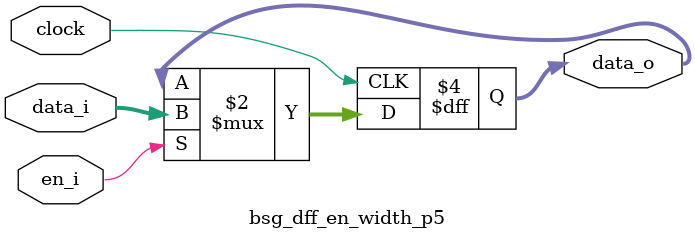
<source format=v>
module bsg_dff_en_width_p5
(
  clock,
  data_i,
  en_i,
  data_o
);
  input [4:0] data_i;
  output [4:0] data_o;
  input clock;
  input en_i;
  reg [4:0] data_o;
  always @(posedge clock) begin
    if(en_i) begin
      { data_o[4:0] } <= { data_i[4:0] };
    end
  end
endmodule
</source>
